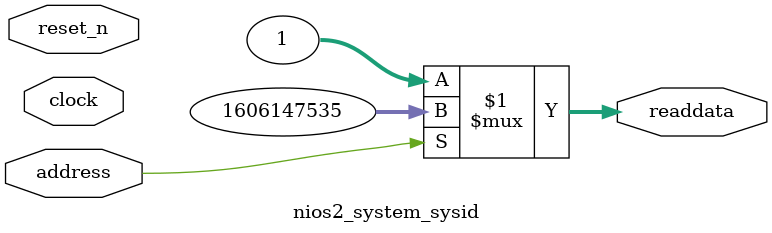
<source format=v>



// synthesis translate_off
`timescale 1ns / 1ps
// synthesis translate_on

// turn off superfluous verilog processor warnings 
// altera message_level Level1 
// altera message_off 10034 10035 10036 10037 10230 10240 10030 

module nios2_system_sysid (
               // inputs:
                address,
                clock,
                reset_n,

               // outputs:
                readdata
             )
;

  output  [ 31: 0] readdata;
  input            address;
  input            clock;
  input            reset_n;

  wire    [ 31: 0] readdata;
  //control_slave, which is an e_avalon_slave
  assign readdata = address ? 1606147535 : 1;

endmodule



</source>
